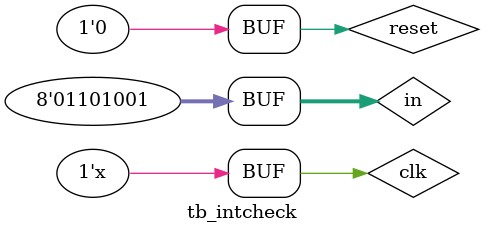
<source format=v>
`timescale 1ns / 1ps


module tb_intcheck;

    // Inputs
    reg        clk;
    reg        reset;
    reg  [7:0] in;

    // Outputs
    wire       out;

    // Instantiate the Unit Under Test (UUT)
    intcheck uut (
        .clk  (clk),
        .reset(reset),
        .in   (in),
        .out  (out)
    );

    initial begin
        // Initialize Inputs
        clk   = 1;
        reset = 1;
        in    = 0;
        #4;
        reset = 0;
        #6;
        in = "i";#10;
        in = "n";#10;
        in = "t";#10;
        in = "	";#10;
        in ="	";#10;
        in = "A";#10;
        in = ";";#10;
        in = "i";#10;
        in = "n";#10;
        in = "t";#10;
        in = "	";#10;
        in = "b";#10;
        in = "_";#10;
        in = "1";#10;
        in = ",";#10;
        in = "c";#10;
        in = ";";#10;
        in ="	";#10;
        in = "i";#10;
        in = "n";#10;
        in = "t";#10;
        in ="	";#10;
        in = "i";#10;
        in = ",";#10;
        in = "i";#10;
        in = "n";#10;
        in = ",";#10;
        in = "i";#10;
        in = "n";#10;
        in = "t";#10;
        in = "d";#10;
        in = ";";#10;
        in = "i";#10;
        in = "n";#10;
        in = "t";#10;
        in = "	";#10;
        in = "e";#10;
        in = "[";#10;
        in = "2";#10;
        in = "]";#10;
        in = ";";#10;
        in = ";";#10;
        in = "i";#10;
        in = "n";#10;
        in = "t";#10;
        in ="	";#10;
        in = "f";#10;
        in = ",";#10;
        in = "i";#10;
        in = "n";#10;
        in = "t";#10;
        in = ",";#10;
        in = "g";#10;
        in = ";";#10;
        in = "i";#10;


        // Wait 100 ns for global reset to finish
        #100;

        // Add stimulus here

    end

    always #5 clk = ~clk;
endmodule


</source>
